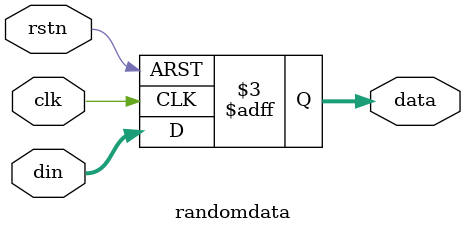
<source format=v>
module randomdata
(
  input clk,
  input rstn,

  input      [15 : 0] din,
  output reg [15 : 0] data
);

  always @ (posedge clk or negedge rstn) begin
    if(!rstn)
      data <= 'd0; 
    else 
      data <= din;
  end

endmodule
</source>
